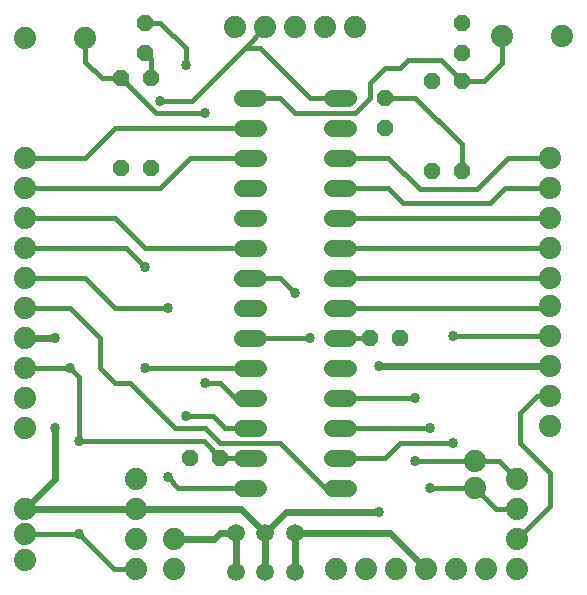
<source format=gbr>
G04 EAGLE Gerber RS-274X export*
G75*
%MOMM*%
%FSLAX34Y34*%
%LPD*%
%INTop Copper*%
%IPPOS*%
%AMOC8*
5,1,8,0,0,1.08239X$1,22.5*%
G01*
%ADD10P,1.539592X8X292.500000*%
%ADD11P,1.539592X8X22.500000*%
%ADD12P,1.539592X8X202.500000*%
%ADD13P,1.539592X8X112.500000*%
%ADD14C,1.422400*%
%ADD15C,1.879600*%
%ADD16C,1.509600*%
%ADD17C,0.609600*%
%ADD18C,0.406400*%
%ADD19C,0.858000*%


D10*
X330200Y419100D03*
X330200Y393700D03*
D11*
X317500Y215900D03*
X342900Y215900D03*
D12*
X190500Y114300D03*
X165100Y114300D03*
D10*
X394970Y482600D03*
X394970Y457200D03*
X127000Y482600D03*
X127000Y457200D03*
D13*
X369570Y356870D03*
X369570Y433070D03*
X132080Y359410D03*
X132080Y435610D03*
D10*
X394970Y433070D03*
X394970Y356870D03*
X106680Y435610D03*
X106680Y359410D03*
D14*
X208788Y419100D02*
X223012Y419100D01*
X223012Y393700D02*
X208788Y393700D01*
X208788Y368300D02*
X223012Y368300D01*
X223012Y342900D02*
X208788Y342900D01*
X208788Y317500D02*
X223012Y317500D01*
X223012Y292100D02*
X208788Y292100D01*
X208788Y266700D02*
X223012Y266700D01*
X223012Y241300D02*
X208788Y241300D01*
X208788Y215900D02*
X223012Y215900D01*
X223012Y190500D02*
X208788Y190500D01*
X208788Y165100D02*
X223012Y165100D01*
X223012Y139700D02*
X208788Y139700D01*
X208788Y114300D02*
X223012Y114300D01*
X223012Y88900D02*
X208788Y88900D01*
X284988Y88900D02*
X299212Y88900D01*
X299212Y114300D02*
X284988Y114300D01*
X284988Y139700D02*
X299212Y139700D01*
X299212Y165100D02*
X284988Y165100D01*
X284988Y190500D02*
X299212Y190500D01*
X299212Y215900D02*
X284988Y215900D01*
X284988Y241300D02*
X299212Y241300D01*
X299212Y266700D02*
X284988Y266700D01*
X284988Y292100D02*
X299212Y292100D01*
X299212Y317500D02*
X284988Y317500D01*
X284988Y342900D02*
X299212Y342900D01*
X299212Y368300D02*
X284988Y368300D01*
X284988Y393700D02*
X299212Y393700D01*
X299212Y419100D02*
X284988Y419100D01*
D15*
X406400Y111760D03*
X406400Y88900D03*
X469900Y368300D03*
X469900Y342900D03*
X469900Y317500D03*
X469900Y292100D03*
X469900Y266700D03*
X469900Y242570D03*
X469900Y217170D03*
X469900Y191770D03*
X469900Y166370D03*
X469900Y140970D03*
X25400Y241300D03*
X25400Y215900D03*
X25400Y190500D03*
X25400Y165100D03*
X25400Y139700D03*
X25400Y368300D03*
X25400Y342900D03*
X25400Y317500D03*
X25400Y292100D03*
X25400Y266700D03*
X25400Y71120D03*
X25400Y49530D03*
X25400Y27940D03*
X151130Y20320D03*
X151130Y45720D03*
D16*
X203600Y50790D03*
X228600Y50790D03*
X253600Y50790D03*
X253600Y17790D03*
X228600Y17790D03*
X203600Y17790D03*
D15*
X119380Y20320D03*
X119380Y45720D03*
X119380Y71120D03*
X119380Y96520D03*
X415290Y20320D03*
X389890Y20320D03*
X364490Y20320D03*
X339090Y20320D03*
X313690Y20320D03*
X288290Y20320D03*
X203200Y478790D03*
X228600Y478790D03*
X254000Y478790D03*
X279400Y478790D03*
X304800Y478790D03*
X441960Y20320D03*
X441960Y45720D03*
X441960Y71120D03*
X441960Y96520D03*
X429260Y471170D03*
X480060Y471170D03*
X76200Y469900D03*
X25400Y469900D03*
D17*
X203600Y50790D02*
X203600Y17790D01*
X185420Y45720D02*
X151130Y45720D01*
X185420Y45720D02*
X190500Y50800D01*
X203590Y50800D01*
X203600Y50790D01*
D18*
X215900Y114300D02*
X190500Y114300D01*
X330200Y419100D02*
X355600Y419100D01*
X394970Y379730D02*
X394970Y356870D01*
X394970Y379730D02*
X355600Y419100D01*
X469900Y73660D02*
X441960Y45720D01*
X469900Y101600D02*
X444500Y127000D01*
X444500Y152400D01*
X458470Y166370D01*
X469900Y166370D01*
X469900Y101600D02*
X469900Y73660D01*
X119380Y20320D02*
X100330Y20320D01*
X71120Y49530D01*
D19*
X71120Y49530D03*
X71120Y128270D03*
D18*
X71120Y182880D01*
X71120Y49530D02*
X25400Y49530D01*
X71120Y128270D02*
X176530Y128270D01*
X190500Y114300D01*
X71120Y182880D02*
X63500Y190500D01*
D19*
X63500Y190500D03*
D18*
X25400Y190500D01*
D19*
X139700Y416560D03*
D18*
X211455Y461645D02*
X228600Y478790D01*
X211455Y461645D02*
X166370Y416560D01*
X139700Y416560D01*
X266700Y419100D02*
X292100Y419100D01*
X224155Y461645D02*
X211455Y461645D01*
X224155Y461645D02*
X266700Y419100D01*
D17*
X253600Y50790D02*
X253600Y17790D01*
X334010Y50800D02*
X364490Y20320D01*
X253610Y50800D02*
X253600Y50790D01*
X253610Y50800D02*
X334010Y50800D01*
D18*
X317500Y215900D02*
X292100Y215900D01*
X429260Y448310D02*
X429260Y471170D01*
X429260Y448310D02*
X414020Y433070D01*
X394970Y433070D01*
X349250Y450850D02*
X342900Y444500D01*
X349250Y450850D02*
X377190Y450850D01*
X394970Y433070D01*
X241300Y419100D02*
X215900Y419100D01*
X241300Y419100D02*
X254000Y406400D01*
X304800Y406400D01*
X317500Y419100D01*
X317500Y431800D01*
X330200Y444500D01*
X342900Y444500D01*
X215900Y139700D02*
X194310Y139700D01*
X184150Y149860D01*
X161290Y149860D01*
D19*
X161290Y149860D03*
X161290Y447040D03*
D18*
X161290Y461010D01*
X139700Y482600D01*
X127000Y482600D01*
X127000Y457200D02*
X132080Y452120D01*
X132080Y435610D01*
X76200Y449580D02*
X76200Y469900D01*
X76200Y449580D02*
X90170Y435610D01*
X106680Y435610D01*
X203200Y165100D02*
X215900Y165100D01*
X203200Y165100D02*
X190500Y177800D01*
X177800Y177800D01*
D19*
X177800Y177800D03*
X177800Y406400D03*
D18*
X135890Y406400D01*
X106680Y435610D01*
X292100Y165100D02*
X355600Y165100D01*
D19*
X355600Y165100D03*
X355600Y111760D03*
D18*
X406400Y111760D01*
X426720Y111760D01*
X441960Y96520D01*
X368300Y139700D02*
X292100Y139700D01*
D19*
X368300Y139700D03*
X368300Y88900D03*
D18*
X406400Y88900D01*
X424180Y71120D01*
X441960Y71120D01*
X241300Y266700D02*
X215900Y266700D01*
X241300Y266700D02*
X254000Y254000D01*
D19*
X254000Y254000D03*
D18*
X266700Y215900D02*
X215900Y215900D01*
D19*
X266700Y215900D03*
D18*
X76200Y368300D02*
X25400Y368300D01*
X76200Y368300D02*
X101600Y393700D01*
X215900Y393700D01*
X215900Y368300D02*
X165100Y368300D01*
X139700Y342900D02*
X25400Y342900D01*
X139700Y342900D02*
X165100Y368300D01*
X127000Y292100D02*
X215900Y292100D01*
X127000Y292100D02*
X101600Y317500D01*
X25400Y317500D01*
X127000Y190500D02*
X215900Y190500D01*
D19*
X127000Y190500D03*
X127000Y275590D03*
D18*
X112395Y290195D01*
X110490Y292100D02*
X25400Y292100D01*
X110490Y292100D02*
X112395Y290195D01*
X154940Y88900D02*
X215900Y88900D01*
X154940Y88900D02*
X146050Y97790D01*
D19*
X146050Y97790D03*
X146050Y241300D03*
D18*
X101600Y241300D01*
X76200Y266700D01*
X25400Y266700D01*
X407670Y341630D02*
X434340Y368300D01*
X469900Y368300D01*
X332740Y368300D02*
X292100Y368300D01*
X332740Y368300D02*
X359410Y341630D01*
X407670Y341630D01*
X345440Y330200D02*
X332740Y342900D01*
X419100Y330200D02*
X431800Y342900D01*
X469900Y342900D01*
X332740Y342900D02*
X292100Y342900D01*
X345440Y330200D02*
X419100Y330200D01*
X469900Y317500D02*
X292100Y317500D01*
X292100Y292100D02*
X469900Y292100D01*
X469900Y266700D02*
X292100Y266700D01*
X292100Y241300D02*
X468630Y241300D01*
X469900Y242570D01*
X330200Y114300D02*
X292100Y114300D01*
X330200Y114300D02*
X342900Y127000D01*
X387350Y127000D01*
D19*
X387350Y127000D03*
X387350Y217170D03*
D18*
X469900Y217170D01*
X292100Y88900D02*
X279400Y88900D01*
X241300Y127000D01*
X190500Y127000D01*
X114300Y177800D02*
X101600Y177800D01*
X88900Y190500D01*
X88900Y215900D01*
X63500Y241300D01*
X25400Y241300D01*
X177800Y139700D02*
X190500Y127000D01*
X177800Y139700D02*
X152400Y139700D01*
X114300Y177800D01*
D17*
X228600Y50790D02*
X228600Y17790D01*
X228600Y50790D02*
X208280Y71110D01*
X208280Y71120D01*
X119380Y71120D01*
X228600Y50800D02*
X228600Y50790D01*
X246380Y68580D02*
X325120Y68580D01*
D19*
X325120Y68580D03*
X325120Y191770D03*
D17*
X246380Y68580D02*
X228600Y50800D01*
X325120Y191770D02*
X469900Y191770D01*
X119380Y71120D02*
X25400Y71120D01*
X25400Y215900D02*
X50800Y215900D01*
D19*
X50800Y215900D03*
X50800Y139700D03*
D17*
X50800Y96520D01*
X25400Y71120D01*
M02*

</source>
